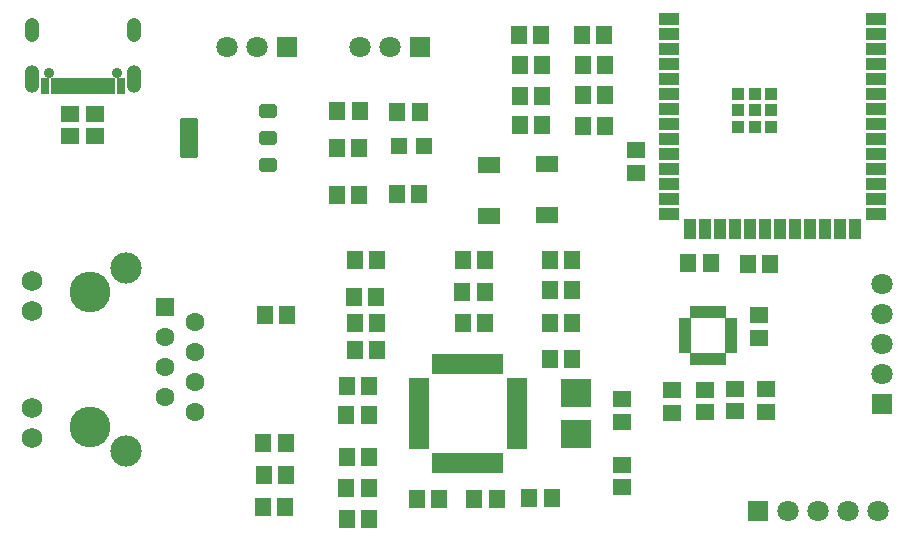
<source format=gts>
G04*
G04 #@! TF.GenerationSoftware,Altium Limited,Altium Designer,24.9.1 (31)*
G04*
G04 Layer_Color=8388736*
%FSTAX44Y44*%
%MOMM*%
G71*
G04*
G04 #@! TF.SameCoordinates,77538C0C-0C9F-436E-B66A-60309351D6FF*
G04*
G04*
G04 #@! TF.FilePolarity,Negative*
G04*
G01*
G75*
%ADD31R,1.4032X1.6032*%
%ADD32R,1.7632X0.4832*%
%ADD33R,0.4832X1.7632*%
%ADD34R,1.1032X1.1032*%
%ADD35R,1.7032X1.1032*%
%ADD36R,1.1032X1.7032*%
%ADD37R,1.9032X1.3532*%
%ADD38R,1.6032X1.4032*%
G04:AMPARAMS|DCode=39|XSize=3.4432mm|YSize=1.5132mm|CornerRadius=0.1999mm|HoleSize=0mm|Usage=FLASHONLY|Rotation=90.000|XOffset=0mm|YOffset=0mm|HoleType=Round|Shape=RoundedRectangle|*
%AMROUNDEDRECTD39*
21,1,3.4432,1.1135,0,0,90.0*
21,1,3.0435,1.5132,0,0,90.0*
1,1,0.3997,0.5568,1.5218*
1,1,0.3997,0.5568,-1.5218*
1,1,0.3997,-0.5568,-1.5218*
1,1,0.3997,-0.5568,1.5218*
%
%ADD39ROUNDEDRECTD39*%
G04:AMPARAMS|DCode=40|XSize=1.1332mm|YSize=1.5132mm|CornerRadius=0.1714mm|HoleSize=0mm|Usage=FLASHONLY|Rotation=90.000|XOffset=0mm|YOffset=0mm|HoleType=Round|Shape=RoundedRectangle|*
%AMROUNDEDRECTD40*
21,1,1.1332,1.1705,0,0,90.0*
21,1,0.7905,1.5132,0,0,90.0*
1,1,0.3427,0.5853,0.3953*
1,1,0.3427,0.5853,-0.3953*
1,1,0.3427,-0.5853,-0.3953*
1,1,0.3427,-0.5853,0.3953*
%
%ADD40ROUNDEDRECTD40*%
%ADD41R,2.6032X2.4032*%
%ADD42R,0.9932X0.4832*%
%ADD43R,0.4832X0.9932*%
%ADD44R,0.8032X1.3532*%
%ADD45R,0.5032X1.3532*%
%ADD46R,1.4032X1.4032*%
%ADD47R,1.6012X1.6012*%
%ADD48C,1.6012*%
%ADD49C,1.7332*%
%ADD50C,2.6482*%
%ADD51C,3.4532*%
%ADD52C,1.8032*%
%ADD53R,1.8032X1.8032*%
%ADD54R,1.8032X1.8032*%
%ADD55O,1.2532X2.3532*%
%ADD56O,1.2532X2.0532*%
%ADD57C,0.9032*%
D31*
X00304946Y00165762D02*
D03*
X00285946D02*
D03*
X00234334Y0011706D02*
D03*
X00215334D02*
D03*
X00286112Y00105256D02*
D03*
X00305112D02*
D03*
X00285604Y00079348D02*
D03*
X00304604D02*
D03*
X00459632Y00070578D02*
D03*
X00440632D02*
D03*
X00384156Y00219048D02*
D03*
X00403156D02*
D03*
X00292716D02*
D03*
X00311716D02*
D03*
X00457816D02*
D03*
X00476816D02*
D03*
X00644544Y00268632D02*
D03*
X00625544D02*
D03*
X0057536Y0026924D02*
D03*
X0059436D02*
D03*
X00457816Y00187994D02*
D03*
X00476816D02*
D03*
X0041315Y00069562D02*
D03*
X0039415D02*
D03*
X00345236Y00070104D02*
D03*
X00364236D02*
D03*
X00285858Y00053186D02*
D03*
X00304858D02*
D03*
X00214992Y00062838D02*
D03*
X00233992D02*
D03*
X00311804Y00195546D02*
D03*
X00292804D02*
D03*
X003048Y0014097D02*
D03*
X002858D02*
D03*
X00235604Y00225452D02*
D03*
X00216604D02*
D03*
X00215754Y00090204D02*
D03*
X00234754D02*
D03*
X00292208Y00241146D02*
D03*
X00311208D02*
D03*
X00476904Y00246346D02*
D03*
X00457904D02*
D03*
X00457816Y00271814D02*
D03*
X00476816D02*
D03*
X00383902Y00245398D02*
D03*
X00402902D02*
D03*
X00403244Y00271746D02*
D03*
X00384244D02*
D03*
X00311804D02*
D03*
X00292804D02*
D03*
X00328784Y0039761D02*
D03*
X00347784D02*
D03*
X0027818Y00398272D02*
D03*
X0029718D02*
D03*
X00347364Y00327626D02*
D03*
X00328364D02*
D03*
X00277476Y00327186D02*
D03*
X00296476D02*
D03*
X00296564Y00367184D02*
D03*
X00277564D02*
D03*
X00504844Y00385472D02*
D03*
X00485844D02*
D03*
X00504844Y00411446D02*
D03*
X00485844D02*
D03*
X00504844Y00436846D02*
D03*
X00485844D02*
D03*
X0048514Y0046228D02*
D03*
X0050414D02*
D03*
X00451504Y00410872D02*
D03*
X00432504D02*
D03*
X00432416Y00386114D02*
D03*
X00451416D02*
D03*
X00432416Y00436914D02*
D03*
X00451416D02*
D03*
X004318Y0046228D02*
D03*
X004508D02*
D03*
D32*
X0034682Y0016974D02*
D03*
Y0016474D02*
D03*
Y0015974D02*
D03*
Y0015474D02*
D03*
Y0014974D02*
D03*
Y0014474D02*
D03*
Y0013974D02*
D03*
Y0013474D02*
D03*
Y0012974D02*
D03*
Y0012474D02*
D03*
Y0011974D02*
D03*
Y0011474D02*
D03*
X0043042D02*
D03*
Y0011974D02*
D03*
Y0012474D02*
D03*
Y0012974D02*
D03*
Y0013474D02*
D03*
Y0013974D02*
D03*
Y0014474D02*
D03*
Y0014974D02*
D03*
Y0015474D02*
D03*
Y0015974D02*
D03*
Y0016474D02*
D03*
Y0016974D02*
D03*
D33*
X0036112Y0010044D02*
D03*
X0036612D02*
D03*
X0037112D02*
D03*
X0037612D02*
D03*
X0038112D02*
D03*
X0038612D02*
D03*
X0039112D02*
D03*
X0039612D02*
D03*
X0040112D02*
D03*
X0040612D02*
D03*
X0041112D02*
D03*
X0041612D02*
D03*
Y0018404D02*
D03*
X0041112D02*
D03*
X0040612D02*
D03*
X0040112D02*
D03*
X0039612D02*
D03*
X0039112D02*
D03*
X0038612D02*
D03*
X0038112D02*
D03*
X0037612D02*
D03*
X0037112D02*
D03*
X0036612D02*
D03*
X0036112D02*
D03*
D34*
X0063156Y0039905D02*
D03*
X0061756D02*
D03*
X0064556D02*
D03*
X0061756Y0038505D02*
D03*
X0063156D02*
D03*
X0064556D02*
D03*
X0061756Y0041305D02*
D03*
X0063156D02*
D03*
X0064556D02*
D03*
D35*
X0055906Y0047625D02*
D03*
Y0046355D02*
D03*
Y0045085D02*
D03*
Y0043815D02*
D03*
Y0042545D02*
D03*
Y0041275D02*
D03*
Y0040005D02*
D03*
Y0038735D02*
D03*
Y0037465D02*
D03*
Y0036195D02*
D03*
Y0034925D02*
D03*
Y0033655D02*
D03*
Y0032385D02*
D03*
Y0031115D02*
D03*
X0073406D02*
D03*
Y0032385D02*
D03*
Y0033655D02*
D03*
Y0034925D02*
D03*
Y0036195D02*
D03*
Y0037465D02*
D03*
Y0038735D02*
D03*
Y0040005D02*
D03*
Y0041275D02*
D03*
Y0042545D02*
D03*
Y0043815D02*
D03*
Y0045085D02*
D03*
Y0046355D02*
D03*
Y0047625D02*
D03*
D36*
X0057671Y0029865D02*
D03*
X0058941D02*
D03*
X0060211D02*
D03*
X0061481D02*
D03*
X0062751D02*
D03*
X0064021D02*
D03*
X0065291D02*
D03*
X0066561D02*
D03*
X0067831D02*
D03*
X0069101D02*
D03*
X0070371D02*
D03*
X0071641D02*
D03*
D37*
X00455422Y00309974D02*
D03*
Y00353474D02*
D03*
X00406146Y00352966D02*
D03*
Y00309466D02*
D03*
D38*
X00615188Y00163068D02*
D03*
Y00144068D02*
D03*
X00641062Y00143618D02*
D03*
Y00162618D02*
D03*
X0058938Y00162452D02*
D03*
Y00143452D02*
D03*
X00561306Y00142856D02*
D03*
Y00161856D02*
D03*
X00518768Y00154324D02*
D03*
Y00135324D02*
D03*
X00518888Y00079864D02*
D03*
Y00098864D02*
D03*
X00072744Y00396132D02*
D03*
Y00377132D02*
D03*
X00051662Y00396132D02*
D03*
Y00377132D02*
D03*
X00530826Y00346056D02*
D03*
Y00365056D02*
D03*
X00634966Y00206356D02*
D03*
Y00225356D02*
D03*
D39*
X00152732Y00375666D02*
D03*
D40*
X00219632Y00398566D02*
D03*
Y00375666D02*
D03*
Y00352766D02*
D03*
D41*
X0048006Y0015974D02*
D03*
Y0012474D02*
D03*
D42*
X0057212Y0022078D02*
D03*
Y0021578D02*
D03*
Y0021078D02*
D03*
Y0020578D02*
D03*
Y0020078D02*
D03*
Y0019578D02*
D03*
X0061152D02*
D03*
Y0020078D02*
D03*
Y0020578D02*
D03*
Y0021078D02*
D03*
Y0021578D02*
D03*
Y0022078D02*
D03*
D43*
X0057932Y0018858D02*
D03*
X0058432D02*
D03*
X0058932D02*
D03*
X0059432D02*
D03*
X0059932D02*
D03*
X0060432D02*
D03*
Y0022798D02*
D03*
X0059932D02*
D03*
X0059432D02*
D03*
X0058932D02*
D03*
X0058432D02*
D03*
X0057932D02*
D03*
D44*
X00030738Y00419602D02*
D03*
X00038738D02*
D03*
X00086738D02*
D03*
X00094738D02*
D03*
D45*
X00045238D02*
D03*
X00050238D02*
D03*
X00055238D02*
D03*
X00060238D02*
D03*
X00080238D02*
D03*
X00075238D02*
D03*
X00070238D02*
D03*
X00065238D02*
D03*
D46*
X003512Y003683D02*
D03*
X003302D02*
D03*
D47*
X0013208Y0023246D02*
D03*
D48*
X0015748Y0021976D02*
D03*
X0013208Y0020706D02*
D03*
X0015748Y0019436D02*
D03*
X0013208Y0018166D02*
D03*
X0015748Y0016896D02*
D03*
X0013208Y0015626D02*
D03*
X0015748Y0014356D02*
D03*
D49*
X0001958Y0025421D02*
D03*
Y0022881D02*
D03*
Y0012171D02*
D03*
Y0014711D02*
D03*
D50*
X0009908Y0026541D02*
D03*
Y0011051D02*
D03*
D51*
X0006858Y0013081D02*
D03*
Y0024511D02*
D03*
D52*
X00685038Y0005969D02*
D03*
X00659638D02*
D03*
X00710438D02*
D03*
X00735838D02*
D03*
X0073914Y0020066D02*
D03*
Y0017526D02*
D03*
Y0022606D02*
D03*
Y0025146D02*
D03*
X0032258Y0045212D02*
D03*
X0029718D02*
D03*
X00210058Y00452374D02*
D03*
X00184658D02*
D03*
D53*
X00634238Y0005969D02*
D03*
X0034798Y0045212D02*
D03*
X00235458Y00452374D02*
D03*
D54*
X0073914Y0014986D02*
D03*
D55*
X00019538Y00425352D02*
D03*
X00105938D02*
D03*
D56*
X00019538Y00466852D02*
D03*
X00105938D02*
D03*
D57*
X00033838Y00430352D02*
D03*
X00091638D02*
D03*
M02*

</source>
